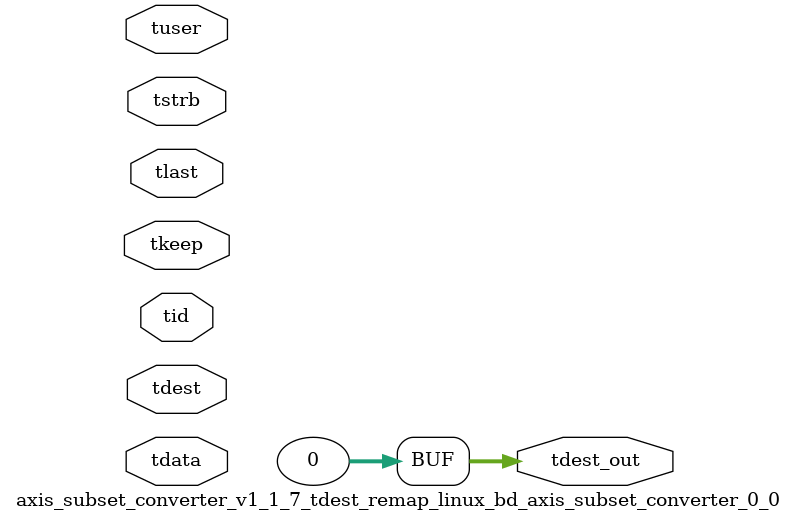
<source format=v>


`timescale 1ps/1ps

module axis_subset_converter_v1_1_7_tdest_remap_linux_bd_axis_subset_converter_0_0 #
(
parameter C_S_AXIS_TDATA_WIDTH = 32,
parameter C_S_AXIS_TUSER_WIDTH = 0,
parameter C_S_AXIS_TID_WIDTH   = 0,
parameter C_S_AXIS_TDEST_WIDTH = 0,
parameter C_M_AXIS_TDEST_WIDTH = 32
)
(
input  [(C_S_AXIS_TDATA_WIDTH == 0 ? 1 : C_S_AXIS_TDATA_WIDTH)-1:0     ] tdata,
input  [(C_S_AXIS_TUSER_WIDTH == 0 ? 1 : C_S_AXIS_TUSER_WIDTH)-1:0     ] tuser,
input  [(C_S_AXIS_TID_WIDTH   == 0 ? 1 : C_S_AXIS_TID_WIDTH)-1:0       ] tid,
input  [(C_S_AXIS_TDEST_WIDTH == 0 ? 1 : C_S_AXIS_TDEST_WIDTH)-1:0     ] tdest,
input  [(C_S_AXIS_TDATA_WIDTH/8)-1:0 ] tkeep,
input  [(C_S_AXIS_TDATA_WIDTH/8)-1:0 ] tstrb,
input                                                                    tlast,
output [C_M_AXIS_TDEST_WIDTH-1:0] tdest_out
);

assign tdest_out = {1'b0};

endmodule


</source>
